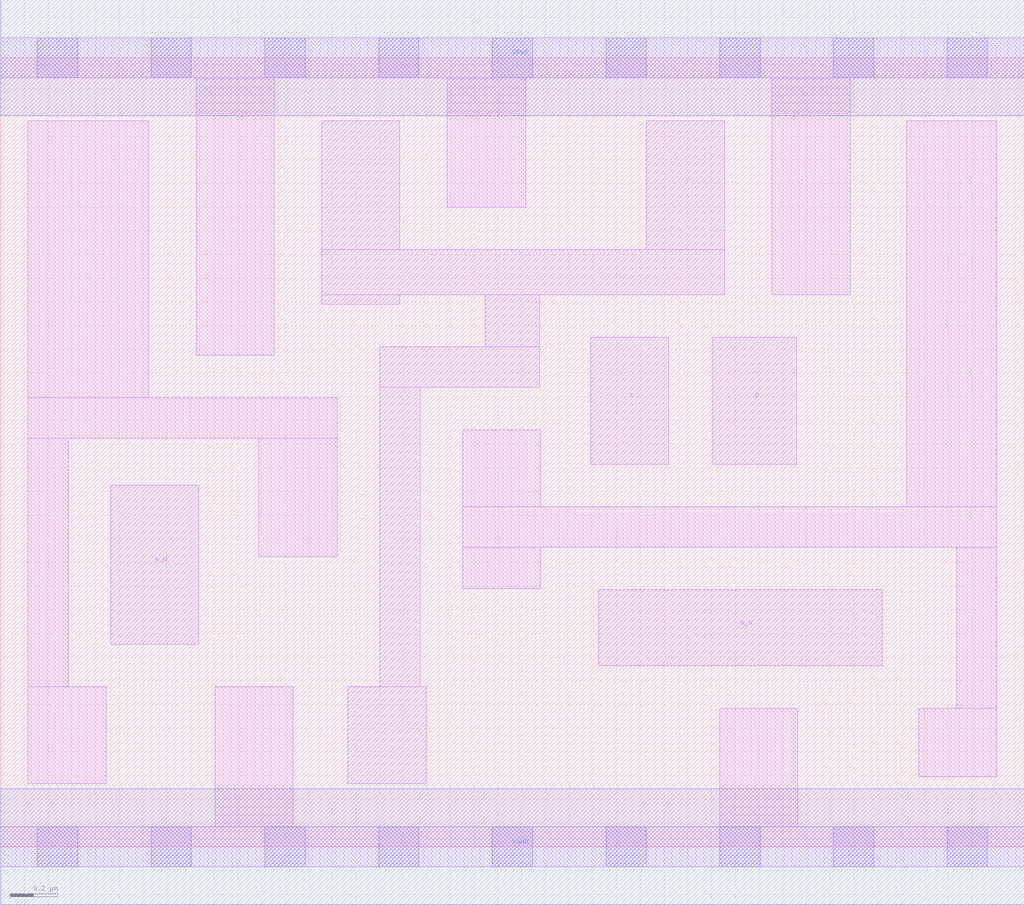
<source format=lef>
# Copyright 2020 The SkyWater PDK Authors
#
# Licensed under the Apache License, Version 2.0 (the "License");
# you may not use this file except in compliance with the License.
# You may obtain a copy of the License at
#
#     https://www.apache.org/licenses/LICENSE-2.0
#
# Unless required by applicable law or agreed to in writing, software
# distributed under the License is distributed on an "AS IS" BASIS,
# WITHOUT WARRANTIES OR CONDITIONS OF ANY KIND, either express or implied.
# See the License for the specific language governing permissions and
# limitations under the License.
#
# SPDX-License-Identifier: Apache-2.0

VERSION 5.7 ;
  NAMESCASESENSITIVE ON ;
  NOWIREEXTENSIONATPIN ON ;
  DIVIDERCHAR "/" ;
  BUSBITCHARS "[]" ;
UNITS
  DATABASE MICRONS 200 ;
END UNITS
MACRO sky130_fd_sc_lp__nand4bb_lp
  CLASS CORE ;
  SOURCE USER ;
  FOREIGN sky130_fd_sc_lp__nand4bb_lp ;
  ORIGIN  0.000000  0.000000 ;
  SIZE  4.320000 BY  3.330000 ;
  SYMMETRY X Y R90 ;
  SITE unit ;
  PIN A_N
    ANTENNAGATEAREA  0.376000 ;
    DIRECTION INPUT ;
    USE SIGNAL ;
    PORT
      LAYER li1 ;
        RECT 0.465000 0.855000 0.835000 1.525000 ;
    END
  END A_N
  PIN B_N
    ANTENNAGATEAREA  0.376000 ;
    DIRECTION INPUT ;
    USE SIGNAL ;
    PORT
      LAYER li1 ;
        RECT 2.525000 0.765000 3.720000 1.085000 ;
    END
  END B_N
  PIN C
    ANTENNAGATEAREA  0.313000 ;
    DIRECTION INPUT ;
    USE SIGNAL ;
    PORT
      LAYER li1 ;
        RECT 2.490000 1.615000 2.820000 2.150000 ;
    END
  END C
  PIN D
    ANTENNAGATEAREA  0.313000 ;
    DIRECTION INPUT ;
    USE SIGNAL ;
    PORT
      LAYER li1 ;
        RECT 3.005000 1.615000 3.360000 2.150000 ;
    END
  END D
  PIN Y
    ANTENNADIFFAREA  0.679700 ;
    DIRECTION OUTPUT ;
    USE SIGNAL ;
    PORT
      LAYER li1 ;
        RECT 1.355000 2.290000 1.685000 2.330000 ;
        RECT 1.355000 2.330000 3.055000 2.520000 ;
        RECT 1.355000 2.520000 1.685000 3.065000 ;
        RECT 1.465000 0.265000 1.795000 0.675000 ;
        RECT 1.600000 0.675000 1.770000 1.940000 ;
        RECT 1.600000 1.940000 2.275000 2.110000 ;
        RECT 2.045000 2.110000 2.275000 2.330000 ;
        RECT 2.725000 2.520000 3.055000 3.065000 ;
    END
  END Y
  PIN VGND
    DIRECTION INOUT ;
    USE GROUND ;
    PORT
      LAYER met1 ;
        RECT 0.000000 -0.245000 4.320000 0.245000 ;
    END
  END VGND
  PIN VPWR
    DIRECTION INOUT ;
    USE POWER ;
    PORT
      LAYER met1 ;
        RECT 0.000000 3.085000 4.320000 3.575000 ;
    END
  END VPWR
  OBS
    LAYER li1 ;
      RECT 0.000000 -0.085000 4.320000 0.085000 ;
      RECT 0.000000  3.245000 4.320000 3.415000 ;
      RECT 0.115000  0.265000 0.445000 0.675000 ;
      RECT 0.115000  0.675000 0.285000 1.725000 ;
      RECT 0.115000  1.725000 1.420000 1.895000 ;
      RECT 0.115000  1.895000 0.625000 3.065000 ;
      RECT 0.825000  2.075000 1.155000 3.245000 ;
      RECT 0.905000  0.085000 1.235000 0.675000 ;
      RECT 1.090000  1.225000 1.420000 1.725000 ;
      RECT 1.885000  2.700000 2.215000 3.245000 ;
      RECT 1.950000  1.090000 2.280000 1.265000 ;
      RECT 1.950000  1.265000 4.205000 1.435000 ;
      RECT 1.950000  1.435000 2.280000 1.760000 ;
      RECT 3.035000  0.085000 3.365000 0.585000 ;
      RECT 3.255000  2.330000 3.585000 3.245000 ;
      RECT 3.825000  1.435000 4.205000 3.065000 ;
      RECT 3.875000  0.295000 4.205000 0.585000 ;
      RECT 4.035000  0.585000 4.205000 1.265000 ;
    LAYER mcon ;
      RECT 0.155000 -0.085000 0.325000 0.085000 ;
      RECT 0.155000  3.245000 0.325000 3.415000 ;
      RECT 0.635000 -0.085000 0.805000 0.085000 ;
      RECT 0.635000  3.245000 0.805000 3.415000 ;
      RECT 1.115000 -0.085000 1.285000 0.085000 ;
      RECT 1.115000  3.245000 1.285000 3.415000 ;
      RECT 1.595000 -0.085000 1.765000 0.085000 ;
      RECT 1.595000  3.245000 1.765000 3.415000 ;
      RECT 2.075000 -0.085000 2.245000 0.085000 ;
      RECT 2.075000  3.245000 2.245000 3.415000 ;
      RECT 2.555000 -0.085000 2.725000 0.085000 ;
      RECT 2.555000  3.245000 2.725000 3.415000 ;
      RECT 3.035000 -0.085000 3.205000 0.085000 ;
      RECT 3.035000  3.245000 3.205000 3.415000 ;
      RECT 3.515000 -0.085000 3.685000 0.085000 ;
      RECT 3.515000  3.245000 3.685000 3.415000 ;
      RECT 3.995000 -0.085000 4.165000 0.085000 ;
      RECT 3.995000  3.245000 4.165000 3.415000 ;
  END
END sky130_fd_sc_lp__nand4bb_lp

</source>
